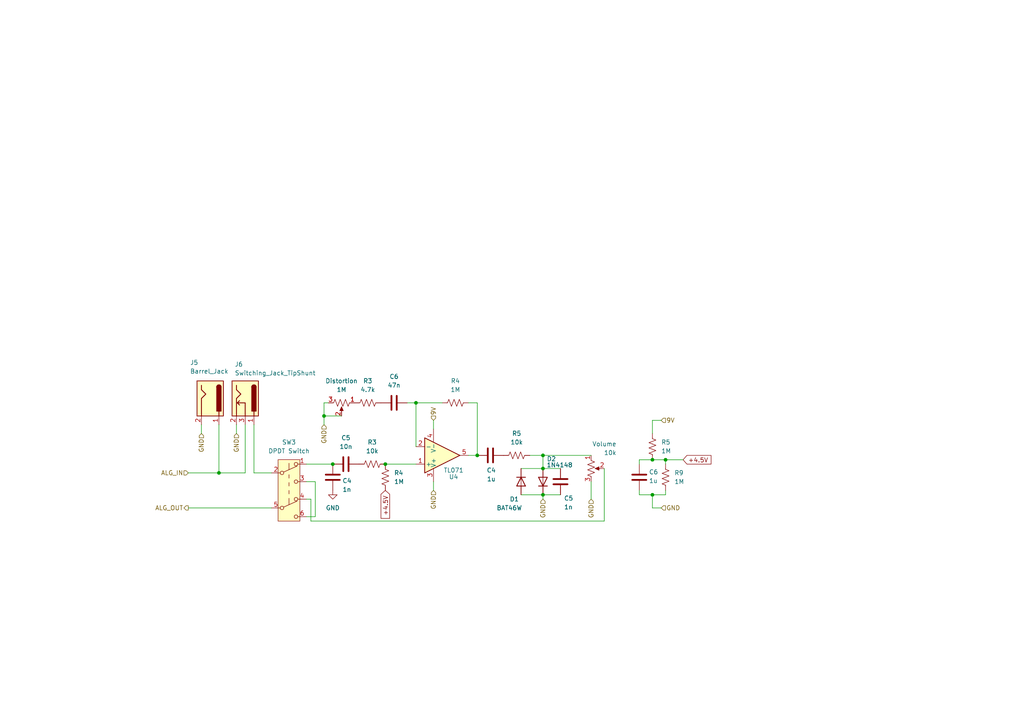
<source format=kicad_sch>
(kicad_sch (version 20250114) (generator "eeschema") (generator_version "9.0")
  (paper "A4")
  (lib_symbols
    (symbol "Connector:Barrel_Jack" (pin_names (offset 1.016))
      (property "Reference" "J" (at 0 5.334 0))
      (property "Value" "Barrel_Jack" (at 0 -5.08 0))
      (symbol "Barrel_Jack_0_1"
        (rectangle (start -5.08 3.81) (end 5.08 -3.81) (stroke (width 0.254)) (fill (type background)))
        (polyline (pts (xy -3.81 -2.54) (xy -2.54 -2.54) (xy -1.27 -1.27) (xy 0 -2.54) (xy 2.54 -2.54) (xy 5.08 -2.54)) (stroke (width 0.254)))
        (arc (start -3.302 1.905) (mid -3.9343 2.54) (end -3.302 3.175) (stroke (width 0.254)))
        (arc (start -3.302 1.905) (mid -3.9343 2.54) (end -3.302 3.175) (stroke (width 0.254)) (fill (type outline)))
        (rectangle (start 3.683 3.175) (end -3.302 1.905) (stroke (width 0.254)) (fill (type outline)))
        (polyline (pts (xy 5.08 2.54) (xy 3.81 2.54)) (stroke (width 0.254)))
      )
      (symbol "Barrel_Jack_1_1"
        (pin passive line (at 7.62 2.54 180) (length 2.54) (name "~") (number "1"))
        (pin passive line (at 7.62 -2.54 180) (length 2.54) (name "~") (number "2"))
      )
    )
    (symbol "Connector:Barrel_Jack_Switch" (pin_names (hide yes))
      (property "Reference" "J" (at 0 5.334 0))
      (property "Value" "Barrel_Jack_Switch" (at 0 -5.08 0))
      (symbol "Barrel_Jack_Switch_0_1"
        (rectangle (start -5.08 3.81) (end 5.08 -3.81) (stroke (width 0.254)) (fill (type background)))
        (polyline (pts (xy -3.81 -2.54) (xy -2.54 -2.54) (xy -1.27 -1.27) (xy 0 -2.54) (xy 2.54 -2.54) (xy 5.08 -2.54)) (stroke (width 0.254)))
        (arc (start -3.302 1.905) (mid -3.9343 2.54) (end -3.302 3.175) (stroke (width 0.254)))
        (arc (start -3.302 1.905) (mid -3.9343 2.54) (end -3.302 3.175) (stroke (width 0.254)) (fill (type outline)))
        (polyline (pts (xy 1.27 -2.286) (xy 1.905 -1.651)) (stroke (width 0.254)))
        (rectangle (start 3.683 3.175) (end -3.302 1.905) (stroke (width 0.254)) (fill (type outline)))
        (polyline (pts (xy 5.08 2.54) (xy 3.81 2.54)) (stroke (width 0.254)))
        (polyline (pts (xy 5.08 0) (xy 1.27 0) (xy 1.27 -2.286) (xy 0.635 -1.651)) (stroke (width 0.254)))
      )
      (symbol "Barrel_Jack_Switch_1_1"
        (pin passive line (at 7.62 2.54 180) (length 2.54) (name "~") (number "1"))
        (pin passive line (at 7.62 0 180) (length 2.54) (name "~") (number "3"))
        (pin passive line (at 7.62 -2.54 180) (length 2.54) (name "~") (number "2"))
      )
    )
    (symbol "Device:C" (pin_numbers (hide yes)) (pin_names (offset 0.254))
      (property "Reference" "C" (at 0.635 2.54 0))
      (property "Value" "C" (at 0.635 -2.54 0))
      (symbol "C_0_1"
        (polyline (pts (xy -2.032 0.762) (xy 2.032 0.762)) (stroke (width 0.508)))
        (polyline (pts (xy -2.032 -0.762) (xy 2.032 -0.762)) (stroke (width 0.508)))
      )
      (symbol "C_1_1"
        (pin passive line (at 0 3.81 270) (length 2.794) (name "~") (number "1"))
        (pin passive line (at 0 -3.81 90) (length 2.794) (name "~") (number "2"))
      )
    )
    (symbol "Device:D" (pin_numbers (hide yes)) (pin_names (offset 1.016) (hide yes))
      (property "Reference" "D" (at 0 2.54 0))
      (property "Value" "D" (at 0 -2.54 0))
      (symbol "D_0_1"
        (polyline (pts (xy -1.27 1.27) (xy -1.27 -1.27)) (stroke (width 0.254)))
        (polyline (pts (xy 1.27 1.27) (xy 1.27 -1.27) (xy -1.27 0) (xy 1.27 1.27)) (stroke (width 0.254)))
        (polyline (pts (xy 1.27 0) (xy -1.27 0)))
      )
      (symbol "D_1_1"
        (pin passive line (at -3.81 0 0) (length 2.54) (name "K") (number "1"))
        (pin passive line (at 3.81 0 180) (length 2.54) (name "A") (number "2"))
      )
    )
    (symbol "Device:R_Potentiometer_US" (pin_names (offset 1.016) (hide yes))
      (property "Reference" "RV" (at -4.445 0 90))
      (property "Value" "R_Potentiometer_US" (at -2.54 0 90))
      (symbol "R_Potentiometer_US_0_1"
        (polyline (pts (xy 0 2.54) (xy 0 2.286)))
        (polyline (pts (xy 0 2.286) (xy 1.016 1.905) (xy 0 1.524) (xy -1.016 1.143) (xy 0 0.762)))
        (polyline (pts (xy 0 0.762) (xy 1.016 0.381) (xy 0 0) (xy -1.016 -0.381) (xy 0 -0.762)))
        (polyline (pts (xy 0 -0.762) (xy 1.016 -1.143) (xy 0 -1.524) (xy -1.016 -1.905) (xy 0 -2.286)))
        (polyline (pts (xy 0 -2.286) (xy 0 -2.54)))
        (polyline (pts (xy 1.143 0) (xy 2.286 0.508) (xy 2.286 -0.508) (xy 1.143 0)) (fill (type outline)))
        (polyline (pts (xy 2.54 0) (xy 1.524 0)))
      )
      (symbol "R_Potentiometer_US_1_1"
        (pin passive line (at 0 3.81 270) (length 1.27) (name "1") (number "1"))
        (pin passive line (at 0 -3.81 90) (length 1.27) (name "3") (number "3"))
        (pin passive line (at 3.81 0 180) (length 1.27) (name "2") (number "2"))
      )
    )
    (symbol "Device:R_US" (pin_numbers (hide yes)) (pin_names (offset 0))
      (property "Reference" "R" (at 2.54 0 90))
      (property "Value" "R_US" (at -2.54 0 90))
      (symbol "R_US_0_1"
        (polyline (pts (xy 0 2.286) (xy 0 2.54)))
        (polyline (pts (xy 0 2.286) (xy 1.016 1.905) (xy 0 1.524) (xy -1.016 1.143) (xy 0 0.762)))
        (polyline (pts (xy 0 0.762) (xy 1.016 0.381) (xy 0 0) (xy -1.016 -0.381) (xy 0 -0.762)))
        (polyline (pts (xy 0 -0.762) (xy 1.016 -1.143) (xy 0 -1.524) (xy -1.016 -1.905) (xy 0 -2.286)))
        (polyline (pts (xy 0 -2.286) (xy 0 -2.54)))
      )
      (symbol "R_US_1_1"
        (pin passive line (at 0 3.81 270) (length 1.27) (name "~") (number "1"))
        (pin passive line (at 0 -3.81 90) (length 1.27) (name "~") (number "2"))
      )
    )
    (symbol "Simulation_SPICE:OPAMP" (pin_names (offset 0.254))
      (property "Reference" "U" (at 3.81 3.175 0))
      (property "Value" "${SIM.PARAMS}" (at 3.81 -3.175 0))
      (symbol "OPAMP_0_1"
        (polyline (pts (xy 5.08 0) (xy -5.08 5.08) (xy -5.08 -5.08) (xy 5.08 0)) (stroke (width 0.254)) (fill (type background)))
      )
      (symbol "OPAMP_1_1"
        (pin input line (at -7.62 2.54 0) (length 2.54) (name "+") (number "1"))
        (pin input line (at -7.62 -2.54 0) (length 2.54) (name "-") (number "2"))
        (pin power_in line (at -2.54 7.62 270) (length 3.81) (name "V+") (number "3"))
        (pin power_in line (at -2.54 -7.62 90) (length 3.81) (name "V-") (number "4"))
        (pin output line (at 7.62 0 180) (length 2.54) (name "~") (number "5"))
      )
    )
    (symbol "Switch:SW_Push_DPDT" (pin_names (offset 0) (hide yes))
      (property "Reference" "SW" (at 0 10.16 0))
      (property "Value" "SW_Push_DPDT" (at 0 -10.16 0))
      (symbol "SW_Push_DPDT_0_0"
        (circle (center -2.032 5.08) (radius 0.508))
        (circle (center -2.032 -5.08) (radius 0.508))
        (circle (center 2.032 2.54) (radius 0.508))
        (circle (center 2.032 -7.62) (radius 0.508))
      )
      (symbol "SW_Push_DPDT_0_1"
        (polyline (pts (xy -1.524 5.334) (xy 2.3368 7.0612)))
        (polyline (pts (xy -1.524 -4.826) (xy 2.3368 -3.0988)))
        (polyline (pts (xy 0 7.874) (xy 0 6.096)))
        (polyline (pts (xy 0 3.556) (xy 0 4.572)))
        (polyline (pts (xy 0 1.27) (xy 0 2.286)))
        (polyline (pts (xy 0 -1.016) (xy 0 0)))
        (polyline (pts (xy 0 -2.286) (xy 0 -4.064)))
        (circle (center 2.032 7.62) (radius 0.508))
        (circle (center 2.032 -2.54) (radius 0.508))
      )
      (symbol "SW_Push_DPDT_1_1"
        (rectangle (start -3.175 8.89) (end 3.175 -8.89) (fill (type background)))
        (pin passive line (at -5.08 5.08 0) (length 2.54) (name "B") (number "2"))
        (pin passive line (at -5.08 -5.08 0) (length 2.54) (name "B") (number "5"))
        (pin passive line (at 5.08 7.62 180) (length 2.54) (name "A") (number "1"))
        (pin passive line (at 5.08 2.54 180) (length 2.54) (name "C") (number "3"))
        (pin passive line (at 5.08 -2.54 180) (length 2.54) (name "A") (number "4"))
        (pin passive line (at 5.08 -7.62 180) (length 2.54) (name "C") (number "6"))
      )
    )
    (symbol "power:GND" (power) (pin_numbers (hide yes)) (pin_names (offset 0) (hide yes))
      (property "Value" "GND" (at 0 -3.81 0))
      (symbol "GND_0_1"
        (polyline (pts (xy 0 0) (xy 0 -1.27) (xy 1.27 -1.27) (xy 0 -2.54) (xy -1.27 -1.27) (xy 0 -1.27)))
      )
      (symbol "GND_1_1"
        (pin power_in line (at 0 0 270) (length 0) (name "~") (number "1"))
      )
    )
  )
  (junction (at 63.5 137.16))
  (junction (at 138.43 132.08))
  (junction (at 96.52 134.62))
  (junction (at 157.48 143.51))
  (junction (at 193.04 133.35))
  (junction (at 93.98 120.65))
  (junction (at 189.23 133.35))
  (junction (at 189.23 143.51))
  (junction (at 157.48 135.89))
  (junction (at 111.76 134.62))
  (junction (at 157.48 132.08))
  (junction (at 120.65 116.84))
  (wire (pts (xy 157.48 135.89) (xy 162.56 135.89)))
  (wire (pts (xy 189.23 121.92) (xy 189.23 125.73)))
  (wire (pts (xy 185.42 142.24) (xy 185.42 143.51)))
  (wire (pts (xy 93.98 116.84) (xy 93.98 120.65)))
  (wire (pts (xy 125.73 139.7) (xy 125.73 142.24)))
  (wire (pts (xy 125.73 121.92) (xy 125.73 124.46)))
  (wire (pts (xy 157.48 143.51) (xy 162.56 143.51)))
  (wire (pts (xy 191.77 147.32) (xy 189.23 147.32)))
  (wire (pts (xy 175.26 135.89) (xy 175.26 151.13)))
  (wire (pts (xy 151.13 135.89) (xy 157.48 135.89)))
  (wire (pts (xy 151.13 143.51) (xy 157.48 143.51)))
  (wire (pts (xy 93.98 120.65) (xy 99.06 120.65)))
  (wire (pts (xy 120.65 116.84) (xy 120.65 129.54)))
  (wire (pts (xy 189.23 143.51) (xy 189.23 147.32)))
  (wire (pts (xy 138.43 116.84) (xy 138.43 132.08)))
  (wire (pts (xy 111.76 134.62) (xy 120.65 134.62)))
  (wire (pts (xy 73.66 123.19) (xy 73.66 137.16)))
  (wire (pts (xy 157.48 132.08) (xy 157.48 135.89)))
  (wire (pts (xy 63.5 123.19) (xy 63.5 137.16)))
  (wire (pts (xy 185.42 143.51) (xy 189.23 143.51)))
  (wire (pts (xy 88.9 134.62) (xy 96.52 134.62)))
  (wire (pts (xy 171.45 139.7) (xy 171.45 144.78)))
  (wire (pts (xy 54.61 137.16) (xy 63.5 137.16)))
  (wire (pts (xy 193.04 133.35) (xy 198.12 133.35)))
  (wire (pts (xy 68.58 123.19) (xy 68.58 125.73)))
  (wire (pts (xy 175.26 151.13) (xy 90.17 151.13)))
  (wire (pts (xy 189.23 143.51) (xy 193.04 143.51)))
  (wire (pts (xy 185.42 133.35) (xy 185.42 134.62)))
  (wire (pts (xy 73.66 137.16) (xy 78.74 137.16)))
  (wire (pts (xy 91.44 139.7) (xy 91.44 149.86)))
  (wire (pts (xy 153.67 132.08) (xy 157.48 132.08)))
  (wire (pts (xy 191.77 121.92) (xy 189.23 121.92)))
  (wire (pts (xy 54.61 147.32) (xy 78.74 147.32)))
  (wire (pts (xy 157.48 132.08) (xy 171.45 132.08)))
  (wire (pts (xy 193.04 134.62) (xy 193.04 133.35)))
  (wire (pts (xy 193.04 133.35) (xy 189.23 133.35)))
  (wire (pts (xy 157.48 143.51) (xy 157.48 144.78)))
  (wire (pts (xy 91.44 149.86) (xy 88.9 149.86)))
  (wire (pts (xy 193.04 143.51) (xy 193.04 142.24)))
  (wire (pts (xy 58.42 123.19) (xy 58.42 125.73)))
  (wire (pts (xy 71.12 123.19) (xy 71.12 137.16)))
  (wire (pts (xy 63.5 137.16) (xy 71.12 137.16)))
  (wire (pts (xy 120.65 116.84) (xy 128.27 116.84)))
  (wire (pts (xy 90.17 151.13) (xy 90.17 144.78)))
  (wire (pts (xy 93.98 120.65) (xy 93.98 123.19)))
  (wire (pts (xy 88.9 144.78) (xy 90.17 144.78)))
  (wire (pts (xy 135.89 116.84) (xy 138.43 116.84)))
  (wire (pts (xy 135.89 132.08) (xy 138.43 132.08)))
  (wire (pts (xy 189.23 133.35) (xy 185.42 133.35)))
  (wire (pts (xy 88.9 139.7) (xy 91.44 139.7)))
  (wire (pts (xy 118.11 116.84) (xy 120.65 116.84)))
  (wire (pts (xy 95.25 116.84) (xy 93.98 116.84)))
  (global_label "+4.5V" (shape input) (at 198.12 133.35 0) (property "Intersheetrefs" "${INTERSHEET_REFS}" (effects (hide yes))))
  (global_label "+4.5V" (shape input) (at 111.76 142.24 270) (property "Intersheetrefs" "${INTERSHEET_REFS}" (effects (hide yes))))
  (hierarchical_label "9V" (shape input) (at 191.77 121.92 0))
  (hierarchical_label "9V" (shape input) (at 125.73 121.92 90))
  (hierarchical_label "GND" (shape input) (at 58.42 125.73 270))
  (hierarchical_label "GND" (shape input) (at 68.58 125.73 270))
  (hierarchical_label "GND" (shape input) (at 157.48 144.78 270))
  (hierarchical_label "GND" (shape input) (at 125.73 142.24 270))
  (hierarchical_label "GND" (shape input) (at 171.45 144.78 270))
  (hierarchical_label "GND" (shape input) (at 93.98 123.19 270))
  (hierarchical_label "ALG_OUT" (shape output) (at 54.61 147.32 180))
  (hierarchical_label "GND" (shape input) (at 191.77 147.32 0))
  (hierarchical_label "ALG_IN" (shape input) (at 54.61 137.16 180))
  (symbol (lib_id "Device:D") (at 157.48 139.7 90) (unit 1)
    (property "Reference" "D2" (at 161.29 133.096 90) (effects (justify left)))
    (property "Value" "1N4148" (at 166.116 134.874 90) (effects (justify left)))
    (property "Description" "Diode" (effects (hide yes)))
    (property "Sim.Device" "D" (effects (hide yes)))
    (property "Sim.Pins" "1=K 2=A" (effects (hide yes)))
  )
  (symbol (lib_id "Device:R_Potentiometer_US") (at 171.45 135.89 0) (unit 1)
    (property "Reference" "Volume" (at 178.816 128.778 0) (effects (justify right)))
    (property "Value" "10k" (at 178.816 131.318 0) (effects (justify right)))
    (property "Description" "Potentiometer, US symbol" (effects (hide yes)))
  )
  (symbol (lib_id "Device:R_Potentiometer_US") (at 99.06 116.84 270) (unit 1)
    (property "Reference" "Distortion" (at 99.06 110.49 90))
    (property "Value" "1M" (at 99.06 113.03 90))
    (property "Description" "Potentiometer, US symbol" (effects (hide yes)))
  )
  (symbol (lib_id "Device:R_US") (at 132.08 116.84 270) (unit 1)
    (property "Reference" "R4" (at 132.08 110.49 90))
    (property "Value" "1M" (at 132.08 113.03 90))
    (property "Description" "Resistor, US symbol" (effects (hide yes)))
  )
  (symbol (lib_id "Device:R_US") (at 111.76 138.43 180) (unit 1)
    (property "Reference" "R4" (at 114.3 137.1599 0) (effects (justify right)))
    (property "Value" "1M" (at 114.3 139.6999 0) (effects (justify right)))
    (property "Description" "Resistor, US symbol" (effects (hide yes)))
  )
  (symbol (lib_id "Device:C") (at 114.3 116.84 90) (unit 1)
    (property "Reference" "C6" (at 114.3 109.22 90))
    (property "Value" "47n" (at 114.3 111.76 90))
    (property "Description" "Unpolarized capacitor" (effects (hide yes)))
  )
  (symbol (lib_id "Device:C") (at 162.56 139.7 0) (unit 1)
    (property "Reference" "C5" (at 163.576 144.526 0) (effects (justify left)))
    (property "Value" "1n" (at 163.576 147.066 0) (effects (justify left)))
    (property "Description" "Unpolarized capacitor" (effects (hide yes)))
  )
  (symbol (lib_id "Device:C") (at 142.24 132.08 90) (unit 1)
    (property "Reference" "C4" (at 142.494 136.398 90))
    (property "Value" "1u" (at 142.494 138.938 90))
    (property "Description" "Unpolarized capacitor" (effects (hide yes)))
  )
  (symbol (lib_id "Device:R_US") (at 189.23 129.54 0) (unit 1)
    (property "Reference" "R5" (at 191.77 128.2699 0) (effects (justify left)))
    (property "Value" "1M" (at 191.77 130.8099 0) (effects (justify left)))
    (property "Description" "Resistor, US symbol" (effects (hide yes)))
  )
  (symbol (lib_id "Connector:Barrel_Jack") (at 60.96 115.57 270) (unit 1)
    (property "Reference" "J5" (at 55.118 105.156 90) (effects (justify left)))
    (property "Value" "Barrel_Jack" (at 55.118 107.696 90) (effects (justify left)))
    (property "Description" "DC Barrel Jack" (effects (hide yes)))
  )
  (symbol (lib_id "Simulation_SPICE:OPAMP") (at 128.27 132.08 0) (mirror x) (unit 1)
    (property "Reference" "U4" (at 131.572 138.3031 0))
    (property "Value" "TL071" (at 131.572 136.398 0))
    (property "Datasheet" "https://ngspice.sourceforge.io/docs/ngspice-html-manual/manual.xhtml#sec__SUBCKT_Subcircuits" (effects (hide yes)))
    (property "Description" "Operational amplifier, single" (effects (hide yes)))
    (property "Sim.Pins" "1=in+ 2=in- 3=vcc 4=vee 5=out" (effects (hide yes)))
    (property "Sim.Device" "SUBCKT" (effects (hide yes)))
    (property "Sim.Library" "${KICAD8_SYMBOL_DIR}/Simulation_SPICE.sp" (effects (hide yes)))
    (property "Sim.Name" "kicad_builtin_opamp" (effects (hide yes)))
  )
  (symbol (lib_id "Device:C") (at 96.52 138.43 0) (unit 1)
    (property "Reference" "C4" (at 99.314 139.446 0) (effects (justify left)))
    (property "Value" "1n" (at 99.314 141.986 0) (effects (justify left)))
    (property "Description" "Unpolarized capacitor" (effects (hide yes)))
  )
  (symbol (lib_id "Device:C") (at 100.33 134.62 90) (unit 1)
    (property "Reference" "C5" (at 100.33 127 90))
    (property "Value" "10n" (at 100.33 129.54 90))
    (property "Description" "Unpolarized capacitor" (effects (hide yes)))
  )
  (symbol (lib_id "Device:R_US") (at 193.04 138.43 0) (unit 1)
    (property "Reference" "R9" (at 195.58 137.1599 0) (effects (justify left)))
    (property "Value" "1M" (at 195.58 139.6999 0) (effects (justify left)))
    (property "Description" "Resistor, US symbol" (effects (hide yes)))
  )
  (symbol (lib_id "Device:D") (at 151.13 139.7 270) (unit 1)
    (property "Reference" "D1" (at 147.828 144.78 90) (effects (justify left)))
    (property "Value" "BAT46W" (at 144.018 147.32 90) (effects (justify left)))
    (property "Description" "Diode" (effects (hide yes)))
    (property "Sim.Device" "D" (effects (hide yes)))
    (property "Sim.Pins" "1=K 2=A" (effects (hide yes)))
  )
  (symbol (lib_id "Device:R_US") (at 149.86 132.08 90) (unit 1)
    (property "Reference" "R5" (at 149.86 125.73 90))
    (property "Value" "10k" (at 149.86 128.27 90))
    (property "Description" "Resistor, US symbol" (effects (hide yes)))
  )
  (symbol (lib_id "power:GND") (at 96.52 142.24 0) (unit 1)
    (property "Reference" "#PWR1" (effects (hide yes)))
    (property "Value" "GND" (at 96.52 147.32 0))
    (property "Description" "Power symbol creates a global label with name \"GND\" , ground" (effects (hide yes)))
  )
  (symbol (lib_id "Switch:SW_Push_DPDT") (at 83.82 142.24 0) (unit 1)
    (property "Reference" "SW3" (at 83.82 128.27 0))
    (property "Value" "DPDT Switch" (at 83.82 130.81 0))
    (property "Description" "Momentary Switch, dual pole double throw" (effects (hide yes)))
  )
  (symbol (lib_id "Device:R_US") (at 106.68 116.84 90) (unit 1)
    (property "Reference" "R3" (at 106.68 110.49 90))
    (property "Value" "4.7k" (at 106.68 113.03 90))
    (property "Description" "Resistor, US symbol" (effects (hide yes)))
  )
  (symbol (lib_id "Connector:Barrel_Jack_Switch") (at 71.12 115.57 270) (unit 1)
    (property "Reference" "J6" (at 68.072 105.664 90) (effects (justify left)))
    (property "Value" "Switching_Jack_TipShunt" (at 68.072 108.204 90) (effects (justify left)))
    (property "Description" "DC Barrel Jack with an internal switch" (effects (hide yes)))
  )
  (symbol (lib_id "Device:C") (at 185.42 138.43 0) (unit 1)
    (property "Reference" "C6" (at 188.214 136.906 0) (effects (justify left)))
    (property "Value" "1u" (at 188.214 139.446 0) (effects (justify left)))
    (property "Description" "Unpolarized capacitor" (effects (hide yes)))
  )
  (symbol (lib_id "Device:R_US") (at 107.95 134.62 90) (unit 1)
    (property "Reference" "R3" (at 107.95 128.27 90))
    (property "Value" "10k" (at 107.95 130.81 90))
    (property "Description" "Resistor, US symbol" (effects (hide yes)))
  )
)
</source>
